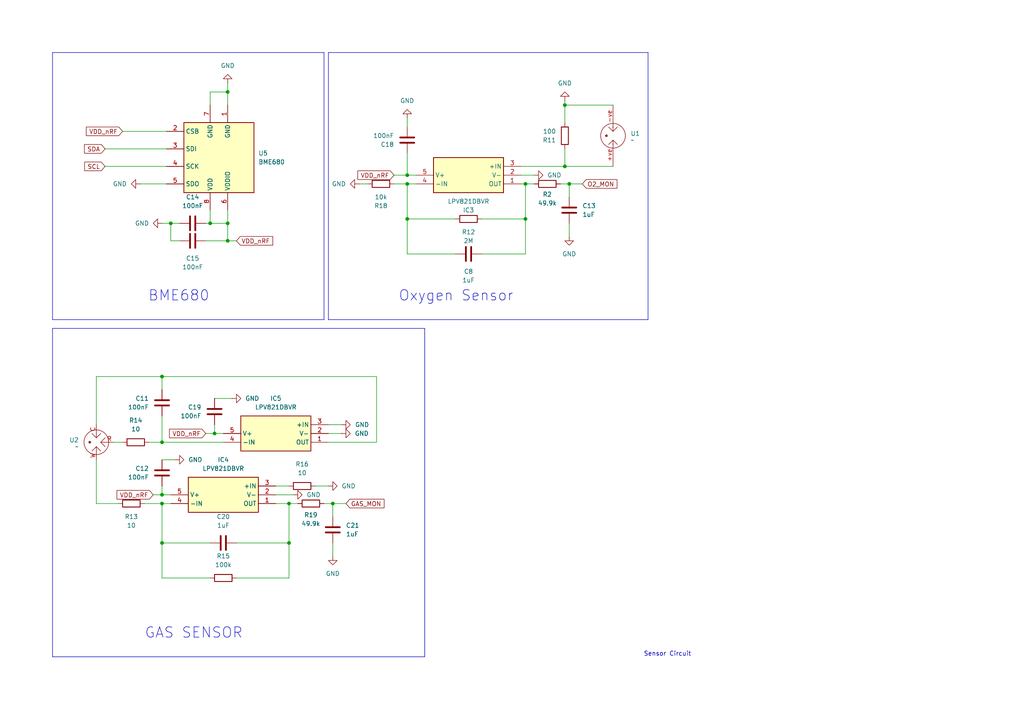
<source format=kicad_sch>
(kicad_sch (version 20231120) (generator "eeschema") (generator_version "8.0")
  (paper "A4")
  (lib_symbols
    (symbol "Device:C" (pin_numbers hide) (pin_names (offset 0.254))
      (property "Reference" "C" (at 0.635 2.54 0))
      (property "Value" "C" (at 0.635 -2.54 0))
      (symbol "C_0_1"
        (polyline (pts (xy -2.032 -0.762) (xy 2.032 -0.762)) (stroke (width 0.508)))
        (polyline (pts (xy -2.032 0.762) (xy 2.032 0.762)) (stroke (width 0.508)))
      )
      (symbol "C_1_1"
        (pin passive line (at 0 3.81 270) (length 2.794) (name "~") (number "1"))
        (pin passive line (at 0 -3.81 90) (length 2.794) (name "~") (number "2"))
      )
    )
    (symbol "Device:R" (pin_numbers hide) (pin_names (offset 0))
      (property "Reference" "R" (at 2.032 0 90))
      (property "Value" "R" (at 0 0 90))
      (symbol "R_0_1"
        (rectangle (start -1.016 -2.54) (end 1.016 2.54) (stroke (width 0.254)))
      )
      (symbol "R_1_1"
        (pin passive line (at 0 3.81 270) (length 1.27) (name "~") (number "1"))
        (pin passive line (at 0 -3.81 90) (length 1.27) (name "~") (number "2"))
      )
    )
    (symbol "GND_1" (power) (pin_numbers hide) (pin_names (offset 0) hide)
      (property "Value" "GND" (at 0 -3.81 0))
      (symbol "GND_1_0_1"
        (polyline (pts (xy 0 0) (xy 0 -1.27) (xy 1.27 -1.27) (xy 0 -2.54) (xy -1.27 -1.27) (xy 0 -1.27)))
      )
      (symbol "GND_1_1_1"
        (pin power_in line (at 0 0 270) (length 0) (name "~") (number "1"))
      )
    )
    (symbol "LPV821DBVR:LPV821DBVR"
      (property "Reference" "IC" (at 26.67 7.62 0))
      (property "Value" "LPV821DBVR" (at 26.67 5.08 0))
      (symbol "LPV821DBVR_1_1"
        (rectangle (start 5.08 2.54) (end 25.4 -7.62) (stroke (width 0.254)) (fill (type background)))
        (pin passive line (at 0 0 0) (length 5.08) (name "OUT") (number "1"))
        (pin passive line (at 0 -2.54 0) (length 5.08) (name "V-") (number "2"))
        (pin passive line (at 0 -5.08 0) (length 5.08) (name "+IN") (number "3"))
        (pin passive line (at 30.48 0 180) (length 5.08) (name "-IN") (number "4"))
        (pin passive line (at 30.48 -2.54 180) (length 5.08) (name "V+") (number "5"))
      )
    )
    (symbol "Sensor:BME680"
      (property "Reference" "U" (at -8.89 11.43 0))
      (property "Value" "BME680" (at 7.62 11.43 0))
      (symbol "BME680_0_1"
        (rectangle (start -10.16 10.16) (end 10.16 -10.16) (stroke (width 0.254)) (fill (type background)))
      )
      (symbol "BME680_1_1"
        (pin power_in line (at -2.54 -15.24 90) (length 5.08) (name "GND") (number "1"))
        (pin input line (at 15.24 -7.62 180) (length 5.08) (name "CSB") (number "2"))
        (pin bidirectional line (at 15.24 -2.54 180) (length 5.08) (name "SDI") (number "3"))
        (pin input line (at 15.24 2.54 180) (length 5.08) (name "SCK") (number "4"))
        (pin bidirectional line (at 15.24 7.62 180) (length 5.08) (name "SDO") (number "5"))
        (pin power_in line (at -2.54 15.24 270) (length 5.08) (name "VDDIO") (number "6"))
        (pin power_in line (at 2.54 -15.24 90) (length 5.08) (name "GND") (number "7"))
        (pin power_in line (at 2.54 15.24 270) (length 5.08) (name "VDD") (number "8"))
      )
    )
    (symbol "ss2118_o2:ss2118_o2"
      (property "Reference" "U1" (at 5.08 0.6351 0))
      (property "Value" "~" (at 5.08 -1.27 0))
      (symbol "ss2118_o2_0_1"
        (polyline (pts (xy 0 -2.54) (xy 0 -1.27)))
        (polyline (pts (xy 0 -1.27) (xy -1.27 -2.54)))
        (polyline (pts (xy 0 -1.27) (xy 1.27 -2.54)))
        (polyline (pts (xy 0 1.27) (xy -1.27 2.54)))
        (polyline (pts (xy 0 1.27) (xy 1.27 2.54)))
        (polyline (pts (xy 0 2.54) (xy 0 1.27)))
        (circle (center 0 0) (radius 3.5814))
        (circle (center 1.905 0) (radius 0.127))
        (circle (center 1.905 0) (radius 0.127))
        (circle (center 1.905 0) (radius 0.2794))
        (circle (center 2.032 0) (radius 0.127))
      )
      (symbol "ss2118_o2_1_1"
        (pin passive line (at 0 8.89 270) (length 6.54) (name "~") (number "+ve"))
        (pin passive line (at 0 -8.89 90) (length 6.54) (name "~") (number "-ve"))
      )
    )
    (symbol "ss2198_h2s:ss2198_h2s"
      (property "Reference" "U2" (at 5.08 -0.6351 0))
      (property "Value" "~" (at 5.08 1.27 0))
      (symbol "ss2198_h2s_0_1"
        (polyline (pts (xy -2.54 0) (xy -1.27 0)))
        (polyline (pts (xy 0 -2.54) (xy 0 -1.27)))
        (polyline (pts (xy 0 -1.27) (xy -1.27 -2.54)))
        (polyline (pts (xy 0 -1.27) (xy 1.27 -2.54)))
        (polyline (pts (xy 0 1.27) (xy -1.27 2.54)))
        (polyline (pts (xy 0 1.27) (xy 1.27 2.54)))
        (polyline (pts (xy 0 2.54) (xy 0 1.27)))
        (polyline (pts (xy -2.54 1.27) (xy -1.27 0) (xy -2.54 -1.27)))
        (circle (center 0 0) (radius 3.5814))
        (circle (center 1.905 0) (radius 0.127))
        (circle (center 1.905 0) (radius 0.127))
        (circle (center 1.905 0) (radius 0.2794))
        (circle (center 2.032 0) (radius 0.127))
      )
      (symbol "ss2198_h2s_1_1"
        (pin passive line (at 0 -5.08 90) (length 2.54) (name "~") (number "C"))
        (pin passive line (at -5.08 0 0) (length 2.54) (name "~") (number "R"))
        (pin passive line (at 0 5.08 270) (length 2.54) (name "~") (number "W"))
      )
    )
  )
  (junction (at 163.83 48.26))
  (junction (at 49.53 64.77))
  (junction (at 60.96 64.77))
  (junction (at 46.99 143.51))
  (junction (at 66.04 64.77))
  (junction (at 152.4 53.34))
  (junction (at 118.11 53.34))
  (junction (at 96.52 146.05))
  (junction (at 83.82 157.48))
  (junction (at 66.04 69.85))
  (junction (at 46.99 157.48))
  (junction (at 152.4 63.5))
  (junction (at 83.82 146.05))
  (junction (at 118.11 50.8))
  (junction (at 46.99 128.27))
  (junction (at 46.99 109.22))
  (junction (at 165.1 53.34))
  (junction (at 163.83 30.48))
  (junction (at 46.99 146.05))
  (junction (at 118.11 63.5))
  (junction (at 62.23 125.73))
  (junction (at 66.04 26.67))
  (wire (pts (xy 46.99 157.48) (xy 60.96 157.48)))
  (wire (pts (xy 46.99 140.97) (xy 46.99 143.51)))
  (wire (pts (xy 40.64 53.34) (xy 48.26 53.34)))
  (wire (pts (xy 46.99 146.05) (xy 46.99 157.48)))
  (wire (pts (xy 62.23 115.57) (xy 67.31 115.57)))
  (wire (pts (xy 162.56 53.34) (xy 165.1 53.34)))
  (wire (pts (xy 41.91 146.05) (xy 46.99 146.05)))
  (polyline (pts (xy 15.24 95.25) (xy 15.24 190.5)))
  (wire (pts (xy 152.4 63.5) (xy 139.7 63.5)))
  (wire (pts (xy 27.94 109.22) (xy 46.99 109.22)))
  (wire (pts (xy 49.53 69.85) (xy 49.53 64.77)))
  (wire (pts (xy 35.56 38.1) (xy 48.26 38.1)))
  (wire (pts (xy 66.04 64.77) (xy 66.04 69.85)))
  (wire (pts (xy 163.83 35.56) (xy 163.83 30.48)))
  (wire (pts (xy 46.99 146.05) (xy 49.53 146.05)))
  (wire (pts (xy 96.52 146.05) (xy 96.52 149.86)))
  (wire (pts (xy 49.53 64.77) (xy 52.07 64.77)))
  (wire (pts (xy 62.23 125.73) (xy 64.77 125.73)))
  (wire (pts (xy 46.99 133.35) (xy 50.8 133.35)))
  (wire (pts (xy 59.69 69.85) (xy 66.04 69.85)))
  (wire (pts (xy 52.07 69.85) (xy 49.53 69.85)))
  (wire (pts (xy 83.82 157.48) (xy 83.82 167.64)))
  (wire (pts (xy 120.65 53.34) (xy 118.11 53.34)))
  (wire (pts (xy 165.1 53.34) (xy 165.1 57.15)))
  (wire (pts (xy 177.8 48.26) (xy 163.83 48.26)))
  (polyline (pts (xy 93.98 15.24) (xy 15.24 15.24)))
  (polyline (pts (xy 93.98 92.71) (xy 93.98 15.24)))
  (wire (pts (xy 165.1 64.77) (xy 165.1 68.58)))
  (wire (pts (xy 33.02 128.27) (xy 35.56 128.27)))
  (wire (pts (xy 118.11 50.8) (xy 114.3 50.8)))
  (polyline (pts (xy 15.24 92.71) (xy 93.98 92.71)))
  (wire (pts (xy 154.94 53.34) (xy 152.4 53.34)))
  (wire (pts (xy 152.4 53.34) (xy 151.13 53.34)))
  (wire (pts (xy 27.94 109.22) (xy 27.94 123.19)))
  (wire (pts (xy 152.4 53.34) (xy 152.4 63.5)))
  (wire (pts (xy 66.04 60.96) (xy 66.04 64.77)))
  (wire (pts (xy 44.45 143.51) (xy 46.99 143.51)))
  (wire (pts (xy 46.99 157.48) (xy 46.99 167.64)))
  (wire (pts (xy 60.96 64.77) (xy 66.04 64.77)))
  (wire (pts (xy 46.99 109.22) (xy 109.22 109.22)))
  (wire (pts (xy 93.98 146.05) (xy 96.52 146.05)))
  (wire (pts (xy 163.83 30.48) (xy 163.83 29.21)))
  (polyline (pts (xy 187.96 92.71) (xy 187.96 15.24)))
  (wire (pts (xy 46.99 64.77) (xy 49.53 64.77)))
  (wire (pts (xy 118.11 63.5) (xy 118.11 73.66)))
  (wire (pts (xy 60.96 60.96) (xy 60.96 64.77)))
  (wire (pts (xy 68.58 157.48) (xy 83.82 157.48)))
  (wire (pts (xy 118.11 53.34) (xy 114.3 53.34)))
  (wire (pts (xy 66.04 24.13) (xy 66.04 26.67)))
  (wire (pts (xy 118.11 34.29) (xy 118.11 36.83)))
  (wire (pts (xy 46.99 167.64) (xy 60.96 167.64)))
  (wire (pts (xy 96.52 157.48) (xy 96.52 161.29)))
  (polyline (pts (xy 187.96 15.24) (xy 95.25 15.24)))
  (wire (pts (xy 62.23 123.19) (xy 62.23 125.73)))
  (wire (pts (xy 46.99 143.51) (xy 49.53 143.51)))
  (wire (pts (xy 46.99 109.22) (xy 46.99 113.03)))
  (wire (pts (xy 27.94 146.05) (xy 34.29 146.05)))
  (wire (pts (xy 66.04 69.85) (xy 68.58 69.85)))
  (wire (pts (xy 83.82 157.48) (xy 83.82 146.05)))
  (wire (pts (xy 60.96 26.67) (xy 66.04 26.67)))
  (wire (pts (xy 66.04 26.67) (xy 66.04 30.48)))
  (polyline (pts (xy 15.24 190.5) (xy 123.19 190.5)))
  (wire (pts (xy 30.48 48.26) (xy 48.26 48.26)))
  (wire (pts (xy 139.7 73.66) (xy 152.4 73.66)))
  (wire (pts (xy 59.69 125.73) (xy 62.23 125.73)))
  (polyline (pts (xy 123.19 190.5) (xy 123.19 95.25)))
  (wire (pts (xy 118.11 73.66) (xy 132.08 73.66)))
  (wire (pts (xy 96.52 146.05) (xy 100.33 146.05)))
  (wire (pts (xy 95.25 123.19) (xy 99.06 123.19)))
  (wire (pts (xy 118.11 63.5) (xy 118.11 53.34)))
  (wire (pts (xy 46.99 128.27) (xy 64.77 128.27)))
  (wire (pts (xy 118.11 44.45) (xy 118.11 50.8)))
  (wire (pts (xy 120.65 50.8) (xy 118.11 50.8)))
  (wire (pts (xy 80.01 146.05) (xy 83.82 146.05)))
  (polyline (pts (xy 123.19 95.25) (xy 15.24 95.25)))
  (polyline (pts (xy 95.25 15.24) (xy 95.25 92.71)))
  (polyline (pts (xy 15.24 15.24) (xy 15.24 92.71)))
  (wire (pts (xy 95.25 125.73) (xy 99.06 125.73)))
  (wire (pts (xy 109.22 128.27) (xy 109.22 109.22)))
  (wire (pts (xy 30.48 43.18) (xy 48.26 43.18)))
  (wire (pts (xy 43.18 128.27) (xy 46.99 128.27)))
  (wire (pts (xy 163.83 48.26) (xy 151.13 48.26)))
  (wire (pts (xy 177.8 30.48) (xy 163.83 30.48)))
  (wire (pts (xy 95.25 128.27) (xy 109.22 128.27)))
  (wire (pts (xy 59.69 64.77) (xy 60.96 64.77)))
  (wire (pts (xy 132.08 63.5) (xy 118.11 63.5)))
  (wire (pts (xy 60.96 30.48) (xy 60.96 26.67)))
  (wire (pts (xy 27.94 133.35) (xy 27.94 146.05)))
  (wire (pts (xy 83.82 146.05) (xy 86.36 146.05)))
  (wire (pts (xy 91.44 140.97) (xy 95.25 140.97)))
  (wire (pts (xy 165.1 53.34) (xy 168.91 53.34)))
  (wire (pts (xy 68.58 167.64) (xy 83.82 167.64)))
  (polyline (pts (xy 95.25 92.71) (xy 187.96 92.71)))
  (wire (pts (xy 46.99 120.65) (xy 46.99 128.27)))
  (wire (pts (xy 154.94 50.8) (xy 151.13 50.8)))
  (wire (pts (xy 106.68 53.34) (xy 104.14 53.34)))
  (wire (pts (xy 152.4 73.66) (xy 152.4 63.5)))
  (wire (pts (xy 80.01 140.97) (xy 83.82 140.97)))
  (wire (pts (xy 163.83 48.26) (xy 163.83 43.18)))
  (wire (pts (xy 80.01 143.51) (xy 85.09 143.51)))
  (text "GAS SENSOR" (at 41.91 185.42 0) (effects (font (size 2.9972 2.9972)) (justify left bottom)))
  (text "Oxygen Sensor" (at 115.57 87.63 0) (effects (font (size 2.9972 2.9972)) (justify left bottom)))
  (text "BME680" (at 42.926 87.63 0) (effects (font (size 2.9972 2.9972)) (justify left bottom)))
  (text "Sensor Circuit\n" (at 186.69 190.5 0) (effects (font (size 1.27 1.27)) (justify left bottom)))
  (global_label "VDD_nRF" (shape input) (at 114.3 50.8 180) (property "Intersheetrefs" "${INTERSHEET_REFS}" (effects (hide yes))))
  (global_label "SCL" (shape input) (at 30.48 48.26 180) (property "Intersheetrefs" "${INTERSHEET_REFS}" (effects (hide yes))))
  (global_label "VDD_nRF" (shape input) (at 59.69 125.73 180) (property "Intersheetrefs" "${INTERSHEET_REFS}" (effects (hide yes))))
  (global_label "GAS_MON" (shape input) (at 100.33 146.05 0) (property "Intersheetrefs" "${INTERSHEET_REFS}" (effects (hide yes))))
  (global_label "VDD_nRF" (shape input) (at 44.45 143.51 180) (property "Intersheetrefs" "${INTERSHEET_REFS}" (effects (hide yes))))
  (global_label "O2_MON" (shape input) (at 168.91 53.34 0) (property "Intersheetrefs" "${INTERSHEET_REFS}" (effects (hide yes))))
  (global_label "VDD_nRF" (shape input) (at 68.58 69.85 0) (property "Intersheetrefs" "${INTERSHEET_REFS}" (effects (hide yes))))
  (global_label "SDA" (shape input) (at 30.48 43.18 180) (property "Intersheetrefs" "${INTERSHEET_REFS}" (effects (hide yes))))
  (global_label "VDD_nRF" (shape input) (at 35.56 38.1 180) (property "Intersheetrefs" "${INTERSHEET_REFS}" (effects (hide yes))))
  (symbol (lib_name "GND_1") (lib_id "power:GND") (at 66.04 24.13 180) (unit 1)
    (property "Reference" "#PWR031" (effects (hide yes)))
    (property "Value" "GND" (at 66.04 19.05 0))
    (property "Description" "Power symbol creates a global label with name \"GND\" , ground" (effects (hide yes)))
  )
  (symbol (lib_id "Device:C") (at 55.88 64.77 90) (unit 1)
    (property "Reference" "C14" (at 55.88 57.15 90))
    (property "Value" "100nF" (at 55.88 59.69 90))
    (property "Footprint" "Capacitor_SMD:C_0402_1005Metric" (effects (hide yes)))
    (property "Description" "16V 100nF X7R ±10% 0402  Multilayer Ceramic Capacitors MLCC - SMD/SMT ROHS" (effects (hide yes)))
    (property "Manufacturer_Part_Number" "CL05B104KO5NNNC" (effects (hide yes)))
    (property "Type" "Surface Mount " (effects (hide yes)))
    (property "MANUFACTURER" "Samsung Electro-Mechanics" (effects (hide yes)))
    (property "Package" "0402 (1005 Metric)" (effects (hide yes)))
  )
  (symbol (lib_id "Device:C") (at 165.1 60.96 180) (unit 1)
    (property "Reference" "C13" (at 168.91 59.6899 0) (effects (justify right)))
    (property "Value" "1uF" (at 168.91 62.2299 0) (effects (justify right)))
    (property "Footprint" "Capacitor_SMD:C_0402_1005Metric" (effects (hide yes)))
    (property "Description" "10V 1uF X7S 0402  Multilayer Ceramic Capacitors MLCC - SMD/SMT ROHS" (effects (hide yes)))
    (property "Manufacturer_Part_Number" "GRM155C71A105ME11D" (effects (hide yes)))
    (property "Type" "Surface Mount " (effects (hide yes)))
    (property "MANUFACTURER" "Murata Electronics" (effects (hide yes)))
    (property "Package" "0402 (1005 Metric)" (effects (hide yes)))
  )
  (symbol (lib_name "GND_1") (lib_id "power:GND") (at 67.31 115.57 90) (unit 1)
    (property "Reference" "#PWR025" (effects (hide yes)))
    (property "Value" "GND" (at 71.12 115.5699 90) (effects (justify right)))
    (property "Description" "Power symbol creates a global label with name \"GND\" , ground" (effects (hide yes)))
  )
  (symbol (lib_name "GND_1") (lib_id "power:GND") (at 96.52 161.29 0) (unit 1)
    (property "Reference" "#PWR036" (effects (hide yes)))
    (property "Value" "GND" (at 96.52 166.37 0))
    (property "Description" "Power symbol creates a global label with name \"GND\" , ground" (effects (hide yes)))
  )
  (symbol (lib_name "GND_1") (lib_id "power:GND") (at 165.1 68.58 0) (unit 1)
    (property "Reference" "#PWR01" (effects (hide yes)))
    (property "Value" "GND" (at 165.1 73.66 0))
    (property "Description" "Power symbol creates a global label with name \"GND\" , ground" (effects (hide yes)))
  )
  (symbol (lib_name "GND_1") (lib_id "power:GND") (at 118.11 34.29 180) (unit 1)
    (property "Reference" "#PWR028" (effects (hide yes)))
    (property "Value" "GND" (at 118.11 29.21 0))
    (property "Description" "Power symbol creates a global label with name \"GND\" , ground" (effects (hide yes)))
  )
  (symbol (lib_id "Device:R") (at 135.89 63.5 270) (unit 1)
    (property "Reference" "R12" (at 135.89 67.31 90))
    (property "Value" "2M" (at 135.89 69.85 90))
    (property "Footprint" "Resistor_SMD:R_0402_1005Metric" (effects (hide yes)))
    (property "Description" "62.5mW Thick Film Resistors 50V ±100ppm/℃ ±1% 2MΩ 0402  Chip Resistor - Surface Mount ROHS" (effects (hide yes)))
    (property "Type" "Surface Mount " (effects (hide yes)))
    (property "Package" "0402 (1005 Metric)" (effects (hide yes)))
    (property "MANUFACTURER" "YAGEO" (effects (hide yes)))
    (property "Manufacturer_Part_Number" "RC0402FR-072ML" (effects (hide yes)))
  )
  (symbol (lib_id "ss2118_o2:ss2118_o2") (at 177.8 39.37 180) (unit 1) (in_bom no)
    (property "Reference" "U1" (at 182.88 38.7349 0) (effects (justify right)))
    (property "Value" "~" (at 182.88 40.64 0) (effects (justify right)))
    (property "Footprint" "HHS:SS2118_O2" (effects (hide yes)))
  )
  (symbol (lib_id "Device:C") (at 118.11 40.64 0) (unit 1)
    (property "Reference" "C18" (at 114.3 41.9101 0) (effects (justify right)))
    (property "Value" "100nF" (at 114.3 39.3701 0) (effects (justify right)))
    (property "Footprint" "Capacitor_SMD:C_0402_1005Metric" (effects (hide yes)))
    (property "Description" "16V 100nF X7R ±10% 0402  Multilayer Ceramic Capacitors MLCC - SMD/SMT ROHS" (effects (hide yes)))
    (property "Manufacturer_Part_Number" "CL05B104KO5NNNC" (effects (hide yes)))
    (property "Type" "Surface Mount " (effects (hide yes)))
    (property "MANUFACTURER" "Samsung Electro-Mechanics" (effects (hide yes)))
    (property "Package" "0402 (1005 Metric)" (effects (hide yes)))
  )
  (symbol (lib_name "GND_1") (lib_id "power:GND") (at 154.94 50.8 90) (unit 1)
    (property "Reference" "#PWR024" (effects (hide yes)))
    (property "Value" "GND" (at 158.75 50.7999 90) (effects (justify right)))
    (property "Description" "Power symbol creates a global label with name \"GND\" , ground" (effects (hide yes)))
  )
  (symbol (lib_name "GND_1") (lib_id "power:GND") (at 50.8 133.35 90) (unit 1)
    (property "Reference" "#PWR07" (effects (hide yes)))
    (property "Value" "GND" (at 54.61 133.3499 90) (effects (justify right)))
    (property "Description" "Power symbol creates a global label with name \"GND\" , ground" (effects (hide yes)))
  )
  (symbol (lib_name "GND_1") (lib_id "power:GND") (at 99.06 125.73 90) (unit 1)
    (property "Reference" "#PWR039" (effects (hide yes)))
    (property "Value" "GND" (at 102.87 125.7299 90) (effects (justify right)))
    (property "Description" "Power symbol creates a global label with name \"GND\" , ground" (effects (hide yes)))
  )
  (symbol (lib_id "Device:R") (at 158.75 53.34 90) (unit 1)
    (property "Reference" "R2" (at 158.75 56.388 90))
    (property "Value" "49.9k" (at 158.75 58.928 90))
    (property "Footprint" "Resistor_SMD:R_0402_1005Metric" (effects (hide yes)))
    (property "Description" "62.5mW Thick Film Resistors 50V ±100ppm/℃ ±1% 49.9kΩ 0402  Chip Resistor - Surface Mount ROHS" (effects (hide yes)))
    (property "Type" "Surface Mount " (effects (hide yes)))
    (property "Package" "0402 (1005 Metric)" (effects (hide yes)))
    (property "MANUFACTURER" "TA-I Tech" (effects (hide yes)))
    (property "Manufacturer_Part_Number" "RM04FTN4992" (effects (hide yes)))
  )
  (symbol (lib_id "Device:R") (at 64.77 167.64 270) (unit 1)
    (property "Reference" "R15" (at 64.77 161.29 90))
    (property "Value" "100k" (at 64.77 163.83 90))
    (property "Footprint" "Resistor_SMD:R_0402_1005Metric" (effects (hide yes)))
    (property "Description" "62.5mW Thick Film Resistors 50V ±100ppm/℃ ±1% 100kΩ 0402 Chip Resistor - Surface Mount ROHS" (effects (hide yes)))
    (property "Type" "Surface Mount " (effects (hide yes)))
    (property "Package" "0402 (1005 Metric)" (effects (hide yes)))
    (property "MANUFACTURER" "YAGEO" (effects (hide yes)))
    (property "Manufacturer_Part_Number" "RC0402FR-07100KL" (effects (hide yes)))
  )
  (symbol (lib_id "Device:R") (at 110.49 53.34 90) (mirror x) (unit 1)
    (property "Reference" "R18" (at 110.49 59.69 90))
    (property "Value" "10k" (at 110.49 57.15 90))
    (property "Footprint" "Resistor_SMD:R_0402_1005Metric" (effects (hide yes)))
    (property "Description" "Fixed Resistor, Metal Glaze/thick Film, 0.0625W, 10k ohm, 50V, 1% +/-Tol, 100ppm/Cel" (effects (hide yes)))
    (property "Type" "Surface Mount " (effects (hide yes)))
    (property "Package" "0402 (1005 Metric)" (effects (hide yes)))
    (property "MANUFACTURER" "TA-I Tech" (effects (hide yes)))
    (property "Manufacturer_Part_Number" "RM04FTN1002" (effects (hide yes)))
  )
  (symbol (lib_id "LPV821DBVR:LPV821DBVR") (at 95.25 128.27 180) (unit 1)
    (property "Reference" "IC5" (at 80.01 115.57 0))
    (property "Value" "LPV821DBVR" (at 80.01 118.11 0))
    (property "Footprint" "LPV821DBVR:SOT95P280X145-5N" (effects (hide yes)))
    (property "Datasheet" "http://www.ti.com/lit/gpn/lpv821" (effects (hide yes)))
    (property "Description" "8kHz 1.5uV 7pA Single Channel Precision Op Amps ROHS" (effects (hide yes)))
    (property "Height" "1.45" (effects (hide yes)))
    (property "Manufacturer_Name" "Texas Instruments" (effects (hide yes)))
    (property "Manufacturer_Part_Number" "LPV821DBVR" (effects (hide yes)))
    (property "Mouser Part Number" "595-LPV821DBVR" (effects (hide yes)))
    (property "Mouser Price/Stock" "https://www.mouser.co.uk/ProductDetail/Texas-Instruments/LPV821DBVR?qs=W0yvOO0ixfGXP2GSzjKHeQ%3D%3D" (effects (hide yes)))
    (property "Arrow Part Number" "LPV821DBVR" (effects (hide yes)))
    (property "Arrow Price/Stock" "https://www.arrow.com/en/products/lpv821dbvr/texas-instruments?region=nac" (effects (hide yes)))
    (property "Type" "Surface Mount " (effects (hide yes)))
    (property "MANUFACTURER" "Texas Instruments" (effects (hide yes)))
    (property "Package" "SOT-23-5" (effects (hide yes)))
  )
  (symbol (lib_id "Device:C") (at 96.52 153.67 180) (unit 1)
    (property "Reference" "C21" (at 100.33 152.3999 0) (effects (justify right)))
    (property "Value" "1uF" (at 100.33 154.9399 0) (effects (justify right)))
    (property "Footprint" "Capacitor_SMD:C_0402_1005Metric" (effects (hide yes)))
    (property "Description" "10V 1uF X7S 0402  Multilayer Ceramic Capacitors MLCC - SMD/SMT ROHS" (effects (hide yes)))
    (property "Manufacturer_Part_Number" "GRM155C71A105ME11D" (effects (hide yes)))
    (property "Type" "Surface Mount " (effects (hide yes)))
    (property "MANUFACTURER" "Murata Electronics" (effects (hide yes)))
    (property "Package" "0402 (1005 Metric)" (effects (hide yes)))
  )
  (symbol (lib_name "GND_1") (lib_id "power:GND") (at 46.99 64.77 270) (unit 1)
    (property "Reference" "#PWR021" (effects (hide yes)))
    (property "Value" "GND" (at 43.2264 64.7699 90) (effects (justify right)))
    (property "Description" "Power symbol creates a global label with name \"GND\" , ground" (effects (hide yes)))
  )
  (symbol (lib_name "GND_1") (lib_id "power:GND") (at 95.25 140.97 90) (unit 1)
    (property "Reference" "#PWR038" (effects (hide yes)))
    (property "Value" "GND" (at 99.06 140.9699 90) (effects (justify right)))
    (property "Description" "Power symbol creates a global label with name \"GND\" , ground" (effects (hide yes)))
  )
  (symbol (lib_id "Sensor:BME680") (at 63.5 45.72 180) (unit 1)
    (property "Reference" "U5" (at 74.93 44.45 0) (effects (justify right)))
    (property "Value" "BME680" (at 74.93 46.99 0) (effects (justify right)))
    (property "Footprint" "Package_LGA:Bosch_LGA-8_3x3mm_P0.8mm_ClockwisePinNumbering" (effects (hide yes)))
    (property "Datasheet" "https://ae-bst.resource.bosch.com/media/_tech/media/datasheets/BST-BME680-DS001.pdf" (effects (hide yes)))
    (property "Description" "Pressure Sensors ROHS" (effects (hide yes)))
    (property "Type" "Surface Mount " (effects (hide yes)))
    (property "MANUFACTURER" "Bosch Sensortec" (effects (hide yes)))
    (property "Manufacturer_Part_Number" "BME680" (effects (hide yes)))
    (property "Package" "LGA-8" (effects (hide yes)))
  )
  (symbol (lib_id "Device:R") (at 38.1 146.05 270) (unit 1)
    (property "Reference" "R13" (at 38.1 149.86 90))
    (property "Value" "10" (at 38.1 152.4 90))
    (property "Footprint" "Resistor_SMD:R_0402_1005Metric" (effects (hide yes)))
    (property "Description" "62.5mW Thick Film Resistors 50V ±1% ±200ppm/℃ 10Ω 0402  Chip Resistor - Surface Mount ROHS" (effects (hide yes)))
    (property "Type" "Surface Mount " (effects (hide yes)))
    (property "Package" "0402 (1005 Metric)" (effects (hide yes)))
    (property "MANUFACTURER" "YAGEO" (effects (hide yes)))
    (property "Manufacturer_Part_Number" "RC0402FR-0710RL" (effects (hide yes)))
  )
  (symbol (lib_id "LPV821DBVR:LPV821DBVR") (at 80.01 146.05 180) (unit 1)
    (property "Reference" "IC4" (at 64.77 133.35 0))
    (property "Value" "LPV821DBVR" (at 64.77 135.89 0))
    (property "Footprint" "LPV821DBVR:SOT95P280X145-5N" (effects (hide yes)))
    (property "Datasheet" "http://www.ti.com/lit/gpn/lpv821" (effects (hide yes)))
    (property "Description" "8kHz 1.5uV 7pA Single Channel Precision Op Amps ROHS" (effects (hide yes)))
    (property "Height" "1.45" (effects (hide yes)))
    (property "Manufacturer_Name" "Texas Instruments" (effects (hide yes)))
    (property "Manufacturer_Part_Number" "LPV821DBVR" (effects (hide yes)))
    (property "Mouser Part Number" "595-LPV821DBVR" (effects (hide yes)))
    (property "Mouser Price/Stock" "https://www.mouser.co.uk/ProductDetail/Texas-Instruments/LPV821DBVR?qs=W0yvOO0ixfGXP2GSzjKHeQ%3D%3D" (effects (hide yes)))
    (property "Arrow Part Number" "LPV821DBVR" (effects (hide yes)))
    (property "Arrow Price/Stock" "https://www.arrow.com/en/products/lpv821dbvr/texas-instruments?region=nac" (effects (hide yes)))
    (property "Type" "Surface Mount " (effects (hide yes)))
    (property "MANUFACTURER" "Texas Instruments" (effects (hide yes)))
    (property "Package" "SOT-23-5" (effects (hide yes)))
  )
  (symbol (lib_name "GND_1") (lib_id "power:GND") (at 163.83 29.21 180) (unit 1)
    (property "Reference" "#PWR023" (effects (hide yes)))
    (property "Value" "GND" (at 163.83 24.13 0))
    (property "Description" "Power symbol creates a global label with name \"GND\" , ground" (effects (hide yes)))
  )
  (symbol (lib_id "Device:R") (at 163.83 39.37 180) (unit 1)
    (property "Reference" "R11" (at 161.29 40.6401 0) (effects (justify left)))
    (property "Value" "100" (at 161.29 38.1001 0) (effects (justify left)))
    (property "Footprint" "Resistor_SMD:R_0402_1005Metric" (effects (hide yes)))
    (property "Description" "62.5mW Thick Film Resistors 50V ±100ppm/℃ ±1% 100Ω 0402  Chip Resistor - Surface Mount ROHS" (effects (hide yes)))
    (property "Type" "Surface Mount " (effects (hide yes)))
    (property "Package" "0402 (1005 Metric)" (effects (hide yes)))
    (property "MANUFACTURER" "YAGEO" (effects (hide yes)))
    (property "Manufacturer_Part_Number" "RC0402FR-07100RL" (effects (hide yes)))
  )
  (symbol (lib_id "Device:R") (at 39.37 128.27 270) (unit 1)
    (property "Reference" "R14" (at 39.37 121.92 90))
    (property "Value" "10" (at 39.37 124.46 90))
    (property "Footprint" "Resistor_SMD:R_0402_1005Metric" (effects (hide yes)))
    (property "Description" "62.5mW Thick Film Resistors 50V ±1% ±200ppm/℃ 10Ω 0402  Chip Resistor - Surface Mount ROHS" (effects (hide yes)))
    (property "Type" "Surface Mount " (effects (hide yes)))
    (property "Package" "0402 (1005 Metric)" (effects (hide yes)))
    (property "MANUFACTURER" "YAGEO" (effects (hide yes)))
    (property "Manufacturer_Part_Number" "RC0402FR-0710RL" (effects (hide yes)))
  )
  (symbol (lib_id "Device:R") (at 87.63 140.97 90) (unit 1)
    (property "Reference" "R16" (at 87.63 134.62 90))
    (property "Value" "10" (at 87.63 137.16 90))
    (property "Footprint" "Resistor_SMD:R_0402_1005Metric" (effects (hide yes)))
    (property "Description" "62.5mW Thick Film Resistors 50V ±1% ±200ppm/℃ 10Ω 0402  Chip Resistor - Surface Mount ROHS" (effects (hide yes)))
    (property "Type" "Surface Mount " (effects (hide yes)))
    (property "Package" "0402 (1005 Metric)" (effects (hide yes)))
    (property "MANUFACTURER" "YAGEO" (effects (hide yes)))
    (property "Manufacturer_Part_Number" "RC0402FR-0710RL" (effects (hide yes)))
  )
  (symbol (lib_name "GND_1") (lib_id "power:GND") (at 104.14 53.34 270) (unit 1)
    (property "Reference" "#PWR035" (effects (hide yes)))
    (property "Value" "GND" (at 100.33 53.3399 90) (effects (justify right)))
    (property "Description" "Power symbol creates a global label with name \"GND\" , ground" (effects (hide yes)))
  )
  (symbol (lib_id "Device:C") (at 135.89 73.66 270) (unit 1)
    (property "Reference" "C8" (at 135.89 78.74 90))
    (property "Value" "1uF" (at 135.89 81.28 90))
    (property "Footprint" "Capacitor_SMD:C_0402_1005Metric" (effects (hide yes)))
    (property "Description" "10V 1uF X7S 0402  Multilayer Ceramic Capacitors MLCC - SMD/SMT ROHS" (effects (hide yes)))
    (property "Manufacturer_Part_Number" "GRM155C71A105ME11D" (effects (hide yes)))
    (property "Type" "Surface Mount " (effects (hide yes)))
    (property "MANUFACTURER" "Murata Electronics" (effects (hide yes)))
    (property "Package" "0402 (1005 Metric)" (effects (hide yes)))
  )
  (symbol (lib_id "Device:C") (at 46.99 137.16 0) (unit 1)
    (property "Reference" "C12" (at 43.18 135.8899 0) (effects (justify right)))
    (property "Value" "100nF" (at 43.18 138.4299 0) (effects (justify right)))
    (property "Footprint" "Capacitor_SMD:C_0402_1005Metric" (effects (hide yes)))
    (property "Description" "16V 100nF X7R ±10% 0402  Multilayer Ceramic Capacitors MLCC - SMD/SMT ROHS" (effects (hide yes)))
    (property "Manufacturer_Part_Number" "CL05B104KO5NNNC" (effects (hide yes)))
    (property "Type" "Surface Mount " (effects (hide yes)))
    (property "MANUFACTURER" "Samsung Electro-Mechanics" (effects (hide yes)))
    (property "Package" "0402 (1005 Metric)" (effects (hide yes)))
  )
  (symbol (lib_name "GND_1") (lib_id "power:GND") (at 85.09 143.51 90) (unit 1)
    (property "Reference" "#PWR026" (effects (hide yes)))
    (property "Value" "GND" (at 88.9 143.5099 90) (effects (justify right)))
    (property "Description" "Power symbol creates a global label with name \"GND\" , ground" (effects (hide yes)))
  )
  (symbol (lib_id "Device:C") (at 62.23 119.38 0) (unit 1)
    (property "Reference" "C19" (at 58.42 118.1099 0) (effects (justify right)))
    (property "Value" "100nF" (at 58.42 120.6499 0) (effects (justify right)))
    (property "Footprint" "Capacitor_SMD:C_0402_1005Metric" (effects (hide yes)))
    (property "Description" "16V 100nF X7R ±10% 0402  Multilayer Ceramic Capacitors MLCC - SMD/SMT ROHS" (effects (hide yes)))
    (property "Manufacturer_Part_Number" "CL05B104KO5NNNC" (effects (hide yes)))
    (property "Type" "Surface Mount " (effects (hide yes)))
    (property "MANUFACTURER" "Samsung Electro-Mechanics" (effects (hide yes)))
    (property "Package" "0402 (1005 Metric)" (effects (hide yes)))
  )
  (symbol (lib_id "Device:C") (at 55.88 69.85 90) (unit 1)
    (property "Reference" "C15" (at 55.88 74.93 90))
    (property "Value" "100nF" (at 55.88 77.47 90))
    (property "Footprint" "Capacitor_SMD:C_0402_1005Metric" (effects (hide yes)))
    (property "Description" "16V 100nF X7R ±10% 0402  Multilayer Ceramic Capacitors MLCC - SMD/SMT ROHS" (effects (hide yes)))
    (property "Manufacturer_Part_Number" "CL05B104KO5NNNC" (effects (hide yes)))
    (property "Type" "Surface Mount " (effects (hide yes)))
    (property "MANUFACTURER" "Samsung Electro-Mechanics" (effects (hide yes)))
    (property "Package" "0402 (1005 Metric)" (effects (hide yes)))
  )
  (symbol (lib_id "Device:R") (at 90.17 146.05 90) (unit 1)
    (property "Reference" "R19" (at 90.17 149.352 90))
    (property "Value" "49.9k" (at 90.17 151.892 90))
    (property "Footprint" "Resistor_SMD:R_0402_1005Metric" (effects (hide yes)))
    (property "Description" "62.5mW Thick Film Resistors 50V ±100ppm/℃ ±1% 49.9kΩ 0402  Chip Resistor - Surface Mount ROHS" (effects (hide yes)))
    (property "Type" "Surface Mount " (effects (hide yes)))
    (property "Package" "0402 (1005 Metric)" (effects (hide yes)))
    (property "MANUFACTURER" "TA-I Tech" (effects (hide yes)))
    (property "Manufacturer_Part_Number" "RM04FTN4992" (effects (hide yes)))
  )
  (symbol (lib_name "GND_1") (lib_id "power:GND") (at 99.06 123.19 90) (unit 1)
    (property "Reference" "#PWR037" (effects (hide yes)))
    (property "Value" "GND" (at 102.9675 123.1899 90) (effects (justify right)))
    (property "Description" "Power symbol creates a global label with name \"GND\" , ground" (effects (hide yes)))
  )
  (symbol (lib_id "Device:C") (at 46.99 116.84 0) (unit 1)
    (property "Reference" "C11" (at 43.18 115.5699 0) (effects (justify right)))
    (property "Value" "100nF" (at 43.18 118.1099 0) (effects (justify right)))
    (property "Footprint" "Capacitor_SMD:C_0402_1005Metric" (effects (hide yes)))
    (property "Description" "16V 100nF X7R ±10% 0402  Multilayer Ceramic Capacitors MLCC - SMD/SMT ROHS" (effects (hide yes)))
    (property "Manufacturer_Part_Number" "CL05B104KO5NNNC" (effects (hide yes)))
    (property "Type" "Surface Mount " (effects (hide yes)))
    (property "MANUFACTURER" "Samsung Electro-Mechanics" (effects (hide yes)))
    (property "Package" "0402 (1005 Metric)" (effects (hide yes)))
  )
  (symbol (lib_name "GND_1") (lib_id "power:GND") (at 40.64 53.34 270) (unit 1)
    (property "Reference" "#PWR030" (effects (hide yes)))
    (property "Value" "GND" (at 36.7983 53.3399 90) (effects (justify right)))
    (property "Description" "Power symbol creates a global label with name \"GND\" , ground" (effects (hide yes)))
  )
  (symbol (lib_id "Device:C") (at 64.77 157.48 270) (unit 1)
    (property "Reference" "C20" (at 64.77 149.86 90))
    (property "Value" "1uF" (at 64.77 152.4 90))
    (property "Footprint" "Capacitor_SMD:C_0402_1005Metric" (effects (hide yes)))
    (property "Description" "10V 1uF X7S 0402  Multilayer Ceramic Capacitors MLCC - SMD/SMT ROHS" (effects (hide yes)))
    (property "Manufacturer_Part_Number" "GRM155C71A105ME11D" (effects (hide yes)))
    (property "Type" "Surface Mount " (effects (hide yes)))
    (property "MANUFACTURER" "Murata Electronics" (effects (hide yes)))
    (property "Package" "0402 (1005 Metric)" (effects (hide yes)))
  )
  (symbol (lib_id "ss2198_h2s:ss2198_h2s") (at 27.94 128.27 180) (unit 1) (in_bom no)
    (property "Reference" "U2" (at 22.86 127.6349 0) (effects (justify left)))
    (property "Value" "~" (at 22.86 129.54 0) (effects (justify left)))
    (property "Footprint" "HHS:SS2198_H2S" (effects (hide yes)))
  )
  (symbol (lib_id "LPV821DBVR:LPV821DBVR") (at 151.13 53.34 180) (unit 1)
    (property "Reference" "IC3" (at 135.89 60.96 0))
    (property "Value" "LPV821DBVR" (at 135.89 58.42 0))
    (property "Footprint" "LPV821DBVR:SOT95P280X145-5N" (effects (hide yes)))
    (property "Datasheet" "http://www.ti.com/lit/gpn/lpv821" (effects (hide yes)))
    (property "Description" "8kHz 1.5uV 7pA Single Channel Precision Op Amps ROHS" (effects (hide yes)))
    (property "Height" "1.45" (effects (hide yes)))
    (property "Manufacturer_Name" "Texas Instruments" (effects (hide yes)))
    (property "Manufacturer_Part_Number" "LPV821DBVR" (effects (hide yes)))
    (property "Mouser Part Number" "595-LPV821DBVR" (effects (hide yes)))
    (property "Mouser Price/Stock" "https://www.mouser.co.uk/ProductDetail/Texas-Instruments/LPV821DBVR?qs=W0yvOO0ixfGXP2GSzjKHeQ%3D%3D" (effects (hide yes)))
    (property "Arrow Part Number" "LPV821DBVR" (effects (hide yes)))
    (property "Arrow Price/Stock" "https://www.arrow.com/en/products/lpv821dbvr/texas-instruments?region=nac" (effects (hide yes)))
    (property "Type" "Surface Mount " (effects (hide yes)))
    (property "MANUFACTURER" "Texas Instruments" (effects (hide yes)))
    (property "Package" "SOT-23-5" (effects (hide yes)))
  )
)
</source>
